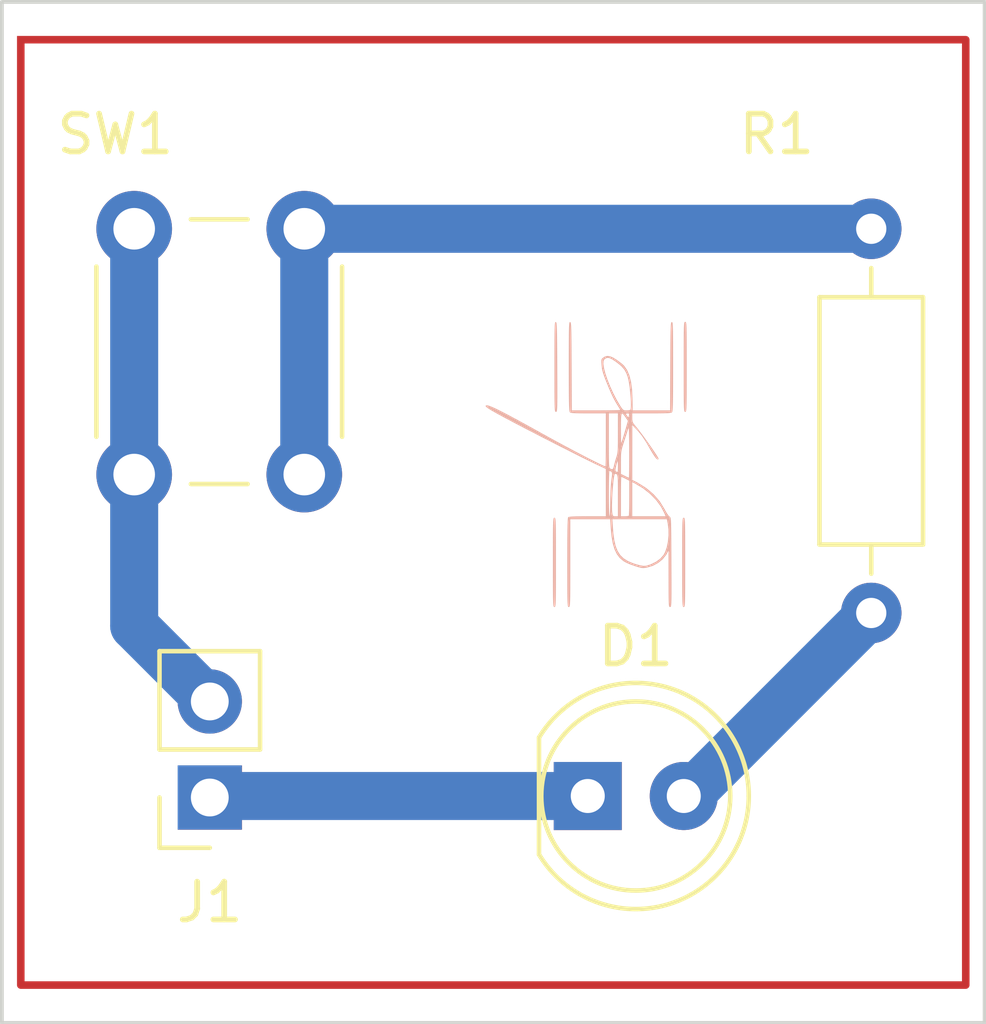
<source format=kicad_pcb>
(kicad_pcb (version 20221018) (generator pcbnew)
  (title_block (title "Projeto Pisca LED") (date "2023-12-27") (company "IFSP-GRU") (comment 1 "Israel R. Dutra "))
  (layers (0 "F.Cu" signal) (31 "B.Cu" signal) (34 "B.Paste" user) (35 "F.Paste" user) (36 "B.SilkS" user "B.Silkscreen") (37 "F.SilkS" user "F.Silkscreen") (38 "B.Mask" user) (39 "F.Mask" user) (44 "Edge.Cuts" user))
  (net 0 "")
  (net 1 "Earth")
  (net 2 "Net-(D1-A)")
  (net 3 "+9V")
  (net 4 "Net-(R1-Pad1)")
  (footprint "Resistor_THT:R_Axial_DIN0207_L6.3mm_D2.5mm_P10.16mm_Horizontal" (layer "F.Cu") (at 110 55 -90)
    (fp_text reference "R1" (at -2.5 2.5 -180) (layer "F.SilkS"))
    (fp_text value "470")
    (fp_line (start 1.04 0) (end 1.81 0) (stroke (width 0.12)) (layer "F.SilkS"))
    (fp_line (start 1.81 -1.37) (end 1.81 1.37) (stroke (width 0.12)) (layer "F.SilkS"))
    (fp_line (start 1.81 1.37) (end 8.35 1.37) (stroke (width 0.12)) (layer "F.SilkS"))
    (fp_line (start 8.35 -1.37) (end 1.81 -1.37) (stroke (width 0.12)) (layer "F.SilkS"))
    (fp_line (start 8.35 1.37) (end 8.35 -1.37) (stroke (width 0.12)) (layer "F.SilkS"))
    (fp_line (start 9.12 0) (end 8.35 0) (stroke (width 0.12)) (layer "F.SilkS"))
    (pad "1" thru_hole circle (at 0 0 270) (size 1.6 1.6) (drill 0.8) (layers "*.Cu" "*.Mask") (net 4 "Net-(R1-Pad1)"))
    (pad "2" thru_hole oval (at 10.16 0 270) (size 1.6 1.6) (drill 0.8) (layers "*.Cu" "*.Mask") (net 2 "Net-(D1-A)"))
  )
  (footprint "LED_THT:LED_D5.0mm" (layer "F.Cu") (at 102.5 70)
    (fp_text reference "D1" (at 1.27 -3.96) (layer "F.SilkS"))
    (fp_text value "LED")
    (fp_line (start -1.29 -1.545) (end -1.29 1.545) (stroke (width 0.12)) (layer "F.SilkS"))
    (fp_arc (start -1.29 -1.54483) (mid 2.072002 -2.880433) (end 4.26 0.000462) (stroke (width 0.12)) (layer "F.SilkS"))
    (fp_arc (start 4.26 -0.000462) (mid 2.072002 2.880433) (end -1.29 1.54483) (stroke (width 0.12)) (layer "F.SilkS"))
    (fp_circle (center 1.27 0) (end 3.77 0) (stroke (width 0.12)) (fill none) (layer "F.SilkS"))
    (pad "1" thru_hole rect (at 0 0) (size 1.8 1.8) (drill 0.9) (layers "*.Cu" "*.Mask") (net 1 "Earth"))
    (pad "2" thru_hole circle (at 2.54 0) (size 1.8 1.8) (drill 0.9) (layers "*.Cu" "*.Mask") (net 2 "Net-(D1-A)"))
  )
  (footprint "Connector_PinSocket_2.54mm:PinSocket_1x02_P2.54mm_Vertical" (layer "F.Cu") (at 92.5 70.04 180)
    (fp_text reference "J1" (at 0 -2.77) (layer "F.SilkS"))
    (fp_text value "Conn_01x02")
    (fp_line (start -1.33 1.27) (end -1.33 3.87) (stroke (width 0.12)) (layer "F.SilkS"))
    (fp_line (start -1.33 1.27) (end 1.33 1.27) (stroke (width 0.12)) (layer "F.SilkS"))
    (fp_line (start -1.33 3.87) (end 1.33 3.87) (stroke (width 0.12)) (layer "F.SilkS"))
    (fp_line (start 0 -1.33) (end 1.33 -1.33) (stroke (width 0.12)) (layer "F.SilkS"))
    (fp_line (start 1.33 -1.33) (end 1.33 0) (stroke (width 0.12)) (layer "F.SilkS"))
    (fp_line (start 1.33 1.27) (end 1.33 3.87) (stroke (width 0.12)) (layer "F.SilkS"))
    (pad "1" thru_hole rect (at 0 0 180) (size 1.7 1.7) (drill 1) (layers "*.Cu" "*.Mask") (net 1 "Earth"))
    (pad "2" thru_hole oval (at 0 2.54 180) (size 1.7 1.7) (drill 1) (layers "*.Cu" "*.Mask") (net 3 "+9V"))
  )
  (footprint "Button_Switch_THT:SW_PUSH_6mm" (layer "F.Cu") (at 90.5 61.5 90)
    (fp_text reference "SW1" (at 9 -0.5 180) (layer "F.SilkS"))
    (fp_text value "SW_Push")
    (fp_line (start -0.25 1.5) (end -0.25 3) (stroke (width 0.12)) (layer "F.SilkS"))
    (fp_line (start 1 5.5) (end 5.5 5.5) (stroke (width 0.12)) (layer "F.SilkS"))
    (fp_line (start 5.5 -1) (end 1 -1) (stroke (width 0.12)) (layer "F.SilkS"))
    (fp_line (start 6.75 3) (end 6.75 1.5) (stroke (width 0.12)) (layer "F.SilkS"))
    (pad "1" thru_hole circle (at 0 0 180) (size 2 2) (drill 1.1) (layers "*.Cu" "*.Mask") (net 3 "+9V"))
    (pad "1" thru_hole circle (at 6.5 0 180) (size 2 2) (drill 1.1) (layers "*.Cu" "*.Mask") (net 3 "+9V"))
    (pad "2" thru_hole circle (at 0 4.5 180) (size 2 2) (drill 1.1) (layers "*.Cu" "*.Mask") (net 4 "Net-(R1-Pad1)"))
    (pad "2" thru_hole circle (at 6.5 4.5 180) (size 2 2) (drill 1.1) (layers "*.Cu" "*.Mask") (net 4 "Net-(R1-Pad1)"))
  )
  (footprint "LOGO" (layer "B.Cu") (at 103.378 61.722 180)
    (fp_text reference "G***" hide)
    (fp_text value "LOGO" hide)
    (fp_poly (pts (xy 1.732294 4.255826) (xy 1.738501 4.249721) (xy 1.743708 4.234922) (xy 1.748002 4.208474) (xy 1.751471 4.167421) (xy 1.754203 4.108806) (xy 1.756283 4.029674) (xy 1.7578 3.927069) (xy 1.758842 3.798034) (xy 1.759495 3.639614) (xy 1.759846 3.448852) (xy 1.759983 3.222793) (xy 1.76 3.071467) (xy 1.759976 2.823583) (xy 1.759838 2.612707) (xy 1.759485 2.435848) (xy 1.758815 2.290014) (xy 1.757729 2.172213) (xy 1.756125 2.079454) (xy 1.753902 2.008746) (xy 1.75096 1.957096) (xy 1.747198 1.921513) (xy 1.742515 1.899005) (xy 1.73681 1.886581) (xy 1.729982 1.88125) (xy 1.72193 1.880018) (xy 1.719841 1.88) (xy 1.711467 1.880673) (xy 1.704362 1.884692) (xy 1.698437 1.895056) (xy 1.693604 1.914767) (xy 1.689773 1.946824) (xy 1.686856 1.994228) (xy 1.684765 2.059978) (xy 1.683412 2.147075) (xy 1.682706 2.258519) (xy 1.68256 2.397311) (xy 1.682885 2.56645) (xy 1.683592 2.768937) (xy 1.684593 3.007772) (xy 1.684841 3.064729) (xy 1.685977 3.312503) (xy 1.687125 3.523275) (xy 1.688386 3.700041) (xy 1.689862 3.845797) (xy 1.691652 3.963542) (xy 1.693858 4.056272) (xy 1.696582 4.126984) (xy 1.699924 4.178675) (xy 1.703985 4.214341) (xy 1.708865 4.236981) (xy 1.714668 4.24959) (xy 1.721492 4.255167) (xy 1.725 4.256195)) (fill solid) (layer "B.SilkS"))
    (fp_poly (pts (xy -1.691674 4.259272) (xy -1.684591 4.255092) (xy -1.678651 4.244467) (xy -1.673754 4.224404) (xy -1.669799 4.191909) (xy -1.666686 4.143988) (xy -1.664313 4.077649) (xy -1.662581 3.989898) (xy -1.661388 3.877742) (xy -1.660634 3.738188) (xy -1.660219 3.568242) (xy -1.660041 3.36491) (xy -1.660001 3.1252) (xy -1.66 3.07) (xy -1.660025 2.822277) (xy -1.660165 2.61156) (xy -1.660523 2.434856) (xy -1.661197 2.289172) (xy -1.662289 2.171515) (xy -1.6639 2.078891) (xy -1.66613 2.008307) (xy -1.66908 1.956769) (xy -1.67285 1.921285) (xy -1.67754 1.898861) (xy -1.683253 1.886504) (xy -1.690088 1.881219) (xy -1.698145 1.880015) (xy -1.7 1.88) (xy -1.708327 1.880729) (xy -1.71541 1.884909) (xy -1.72135 1.895534) (xy -1.726247 1.915597) (xy -1.730202 1.948092) (xy -1.733315 1.996013) (xy -1.735688 2.062352) (xy -1.73742 2.150103) (xy -1.738613 2.262259) (xy -1.739367 2.401813) (xy -1.739782 2.571759) (xy -1.73996 2.775091) (xy -1.74 3.014801) (xy -1.74 3.07) (xy -1.739976 3.317724) (xy -1.739836 3.528441) (xy -1.739478 3.705145) (xy -1.738804 3.850829) (xy -1.737712 3.968486) (xy -1.736101 4.06111) (xy -1.733871 4.131694) (xy -1.730921 4.183232) (xy -1.727151 4.218716) (xy -1.722461 4.24114) (xy -1.716748 4.253497) (xy -1.709913 4.258782) (xy -1.701856 4.259986) (xy -1.7 4.26)) (fill solid) (layer "B.SilkS"))
    (fp_poly (pts (xy -1.651641 -0.920732) (xy -1.644536 -0.924932) (xy -1.638583 -0.935607) (xy -1.63368 -0.955763) (xy -1.629725 -0.988405) (xy -1.626617 -1.036539) (xy -1.624253 -1.103171) (xy -1.622532 -1.191308) (xy -1.621352 -1.303955) (xy -1.620611 -1.444118) (xy -1.620206 -1.614804) (xy -1.620037 -1.819018) (xy -1.620001 -2.059766) (xy -1.62 -2.1) (xy -1.620025 -2.346601) (xy -1.620168 -2.556208) (xy -1.62053 -2.731827) (xy -1.621213 -2.876464) (xy -1.622319 -2.993125) (xy -1.623951 -3.084815) (xy -1.62621 -3.154542) (xy -1.629197 -3.205311) (xy -1.633016 -3.240127) (xy -1.637767 -3.261998) (xy -1.643553 -3.273928) (xy -1.650476 -3.278924) (xy -1.658637 -3.279992) (xy -1.66 -3.28) (xy -1.66836 -3.279267) (xy -1.675465 -3.275067) (xy -1.681418 -3.264392) (xy -1.686321 -3.244236) (xy -1.690276 -3.211594) (xy -1.693384 -3.16346) (xy -1.695748 -3.096828) (xy -1.697469 -3.008691) (xy -1.698649 -2.896044) (xy -1.69939 -2.755881) (xy -1.699795 -2.585195) (xy -1.699964 -2.380981) (xy -1.7 -2.140233) (xy -1.7 -2.1) (xy -1.699976 -1.853398) (xy -1.699833 -1.643791) (xy -1.699471 -1.468172) (xy -1.698788 -1.323535) (xy -1.697682 -1.206874) (xy -1.69605 -1.115184) (xy -1.693791 -1.045457) (xy -1.690804 -0.994688) (xy -1.686985 -0.959872) (xy -1.682234 -0.938001) (xy -1.676448 -0.926071) (xy -1.669525 -0.921075) (xy -1.661364 -0.920007) (xy -1.66 -0.92)) (fill solid) (layer "B.SilkS"))
    (fp_poly (pts (xy 1.768359 -0.920732) (xy 1.775464 -0.924932) (xy 1.781417 -0.935607) (xy 1.78632 -0.955763) (xy 1.790275 -0.988405) (xy 1.793383 -1.036539) (xy 1.795747 -1.103171) (xy 1.797468 -1.191308) (xy 1.798648 -1.303955) (xy 1.799389 -1.444118) (xy 1.799794 -1.614804) (xy 1.799963 -1.819018) (xy 1.799999 -2.059766) (xy 1.8 -2.1) (xy 1.799975 -2.346601) (xy 1.799832 -2.556208) (xy 1.79947 -2.731827) (xy 1.798787 -2.876464) (xy 1.797681 -2.993125) (xy 1.796049 -3.084815) (xy 1.79379 -3.154542) (xy 1.790803 -3.205311) (xy 1.786984 -3.240127) (xy 1.782233 -3.261998) (xy 1.776447 -3.273928) (xy 1.769524 -3.278924) (xy 1.761363 -3.279992) (xy 1.76 -3.28) (xy 1.75164 -3.279267) (xy 1.744535 -3.275067) (xy 1.738582 -3.264392) (xy 1.733679 -3.244236) (xy 1.729724 -3.211594) (xy 1.726616 -3.16346) (xy 1.724252 -3.096828) (xy 1.722531 -3.008691) (xy 1.721351 -2.896044) (xy 1.72061 -2.755881) (xy 1.720205 -2.585195) (xy 1.720036 -2.380981) (xy 1.72 -2.140233) (xy 1.72 -2.1) (xy 1.720024 -1.853398) (xy 1.720167 -1.643791) (xy 1.720529 -1.468172) (xy 1.721212 -1.323535) (xy 1.722318 -1.206874) (xy 1.72395 -1.115184) (xy 1.726209 -1.045457) (xy 1.729196 -0.994688) (xy 1.733015 -0.959872) (xy 1.737766 -0.938001) (xy 1.743552 -0.926071) (xy 1.750475 -0.921075) (xy 1.758636 -0.920007) (xy 1.76 -0.92)) (fill solid) (layer "B.SilkS"))
    (fp_poly (pts (xy -1.345 4.256195) (xy -1.337614 4.252824) (xy -1.331314 4.243761) (xy -1.325996 4.225985) (xy -1.321557 4.196471) (xy -1.317894 4.152199) (xy -1.314901 4.090144) (xy -1.312477 4.007284) (xy -1.310517 3.900597) (xy -1.308917 3.767059) (xy -1.307574 3.603648) (xy -1.306385 3.407342) (xy -1.305246 3.175117) (xy -1.304839 3.084729) (xy -1.299678 1.92) (xy -0.804839 1.92009) (xy -0.31 1.920179) (xy -0.308513 2.066238) (xy -0.262825 2.066238) (xy -0.260153 1.990017) (xy -0.252029 1.942893) (xy -0.246667 1.933334) (xy -0.220048 1.925156) (xy -0.169014 1.92045) (xy -0.146159 1.92) (xy -0.100443 1.921633) (xy -0.068221 1.931347) (xy -0.039839 1.956366) (xy -0.005641 2.003917) (xy 0.020876 2.045) (xy 0.112571 2.200335) (xy 0.201731 2.373156) (xy 0.284148 2.553619) (xy 0.355611 2.731882) (xy 0.41191 2.898101) (xy 0.448834 3.042433) (xy 0.449963 3.048204) (xy 0.46418 3.150697) (xy 0.459831 3.222926) (xy 0.435487 3.270768) (xy 0.38972 3.300103) (xy 0.388681 3.300502) (xy 0.345647 3.308422) (xy 0.295966 3.298609) (xy 0.233445 3.268348) (xy 0.151889 3.214927) (xy 0.09 3.169699) (xy -0.012716 3.084268) (xy -0.086548 2.999935) (xy -0.140368 2.90459) (xy -0.177381 2.80465) (xy -0.196705 2.728032) (xy -0.214618 2.62969) (xy -0.230544 2.516886) (xy -0.243905 2.396879) (xy -0.254123 2.276928) (xy -0.260622 2.164295) (xy -0.262825 2.066238) (xy -0.308513 2.066238) (xy -0.307099 2.20509) (xy -0.296285 2.452513) (xy -0.269032 2.664452) (xy -0.225013 2.842034) (xy -0.163904 2.986385) (xy -0.085376 3.098633) (xy -0.034005 3.147616) (xy 0.091823 3.24458) (xy 0.196746 3.311443) (xy 0.284641 3.349506) (xy 0.359384 3.360065) (xy 0.424851 3.344421) (xy 0.469992 3.316434) (xy 0.497393 3.293054) (xy 0.513028 3.269481) (xy 0.519116 3.235277) (xy 0.517875 3.180001) (xy 0.513096 3.113595) (xy 0.504957 3.039254) (xy 0.490823 2.966987) (xy 0.467937 2.8871) (xy 0.43354 2.789897) (xy 0.387476 2.672162) (xy 0.320009 2.507455) (xy 0.261694 2.373037) (xy 0.208885 2.261298) (xy 0.157936 2.16463) (xy 0.105198 2.075424) (xy 0.089564 2.050669) (xy 0.053772 1.993143) (xy 0.028663 1.949786) (xy 0.02 1.930961) (xy 0.03921 1.928299) (xy 0.093687 1.92587) (xy 0.178695 1.923756) (xy 0.289502 1.922037) (xy 0.421372 1.920795) (xy 0.569572 1.92011) (xy 0.659838 1.92) (xy 1.299677 1.92) (xy 1.304838 3.084729) (xy 1.305985 3.330249) (xy 1.307145 3.538791) (xy 1.308422 3.71338) (xy 1.30992 3.857036) (xy 1.311742 3.972784) (xy 1.313992 4.063645) (xy 1.316773 4.132643) (xy 1.32019 4.1828) (xy 1.324346 4.217138) (xy 1.329344 4.238682) (xy 1.335288 4.250452) (xy 1.342282 4.255473) (xy 1.345 4.256195) (xy 1.352318 4.255828) (xy 1.358542 4.249708) (xy 1.363759 4.234869) (xy 1.368058 4.208344) (xy 1.371527 4.167167) (xy 1.374254 4.108372) (xy 1.376328 4.02899) (xy 1.377837 3.926057) (xy 1.378869 3.796606) (xy 1.379512 3.637669) (xy 1.379855 3.446281) (xy 1.379986 3.219475) (xy 1.38 3.080038) (xy 1.379878 2.827743) (xy 1.379469 2.612556) (xy 1.378703 2.431586) (xy 1.377512 2.281942) (xy 1.375829 2.160733) (xy 1.373585 2.065068) (xy 1.370711 1.992055) (xy 1.36714 1.938804) (xy 1.362804 1.902423) (xy 1.357634 1.880022) (xy 1.351563 1.868708) (xy 1.351428 1.868572) (xy 1.334908 1.859084) (xy 1.303682 1.851852) (xy 1.253131 1.846606) (xy 1.178639 1.843077) (xy 1.075589 1.840996) (xy 0.939363 1.840094) (xy 0.861428 1.840001) (xy 0.4 1.84) (xy 0.4 1.14) (xy 0.400298 0.977172) (xy 0.401145 0.827758) (xy 0.402472 0.696285) (xy 0.404207 0.587279) (xy 0.406282 0.505265) (xy 0.408626 0.45477) (xy 0.41084 0.44) (xy 0.439994 0.449291) (xy 0.500516 0.475878) (xy 0.588692 0.517838) (xy 0.700811 0.573248) (xy 0.833162 0.640183) (xy 0.982031 0.716718) (xy 1.143708 0.80093) (xy 1.31448 0.890895) (xy 1.490634 0.984688) (xy 1.66846 1.080386) (xy 1.844244 1.176064) (xy 2.014276 1.269797) (xy 2.05 1.289664) (xy 2.324954 1.442378) (xy 2.567128 1.575832) (xy 2.778306 1.690897) (xy 2.960273 1.788441) (xy 3.114816 1.869333) (xy 3.243721 1.934441) (xy 3.348772 1.984634) (xy 3.431757 2.020782) (xy 3.494459 2.043751) (xy 3.538666 2.054413) (xy 3.566163 2.053634) (xy 3.578735 2.042284) (xy 3.58 2.034004) (xy 3.5715 2.017511) (xy 3.544322 1.993308) (xy 3.495949 1.9599) (xy 3.423863 1.915793) (xy 3.325545 1.859494) (xy 3.198478 1.78951) (xy 3.040144 1.704346) (xy 2.89 1.624666) (xy 2.746843 1.549478) (xy 2.581931 1.463638) (xy 2.400032 1.36957) (xy 2.205913 1.269696) (xy 2.004342 1.16644) (xy 1.800088 1.062225) (xy 1.597916 0.959474) (xy 1.402597 0.86061) (xy 1.218896 0.768056) (xy 1.051582 0.684236) (xy 0.905423 0.611571) (xy 0.785186 0.552486) (xy 0.69564 0.509404) (xy 0.695091 0.509145) (xy 0.400183 0.37) (xy 0.400091 -0.255) (xy 0.4 -0.88) (xy 0.885999 -0.88) (xy 1.054237 -0.880655) (xy 1.185412 -0.882715) (xy 1.282443 -0.886314) (xy 1.348248 -0.891592) (xy 1.385743 -0.898685) (xy 1.395999 -0.904) (xy 1.401354 -0.919419) (xy 1.405929 -0.955674) (xy 1.409771 -1.015034) (xy 1.412925 -1.09977) (xy 1.415436 -1.212152) (xy 1.417349 -1.35445) (xy 1.418711 -1.528935) (xy 1.419566 -1.737878) (xy 1.41996 -1.983548) (xy 1.42 -2.104) (xy 1.419975 -2.35015) (xy 1.419831 -2.559312) (xy 1.419468 -2.734496) (xy 1.418781 -2.878713) (xy 1.417668 -2.994974) (xy 1.416028 -3.086291) (xy 1.413758 -3.155675) (xy 1.410755 -3.206136) (xy 1.406916 -3.240686) (xy 1.402141 -3.262336) (xy 1.396325 -3.274096) (xy 1.389367 -3.278979) (xy 1.381164 -3.279994) (xy 1.38 -3.28) (xy 1.371574 -3.279259) (xy 1.364423 -3.275016) (xy 1.358443 -3.264239) (xy 1.353528 -3.243896) (xy 1.349574 -3.210955) (xy 1.346477 -3.162385) (xy 1.344132 -3.095154) (xy 1.342434 -3.00623) (xy 1.341279 -2.892581) (xy 1.340563 -2.751176) (xy 1.340181 -2.578982) (xy 1.340028 -2.372968) (xy 1.34 -2.130103) (xy 1.34 -2.12) (xy 1.34 -0.96) (xy 0.812573 -0.96) (xy 0.285146 -0.96) (xy 0.271128 -1.185) (xy 0.250416 -1.408944) (xy 0.217545 -1.597653) (xy 0.171058 -1.754433) (xy 0.109497 -1.882592) (xy 0.031403 -1.985435) (xy -0.064682 -2.066271) (xy -0.135669 -2.10767) (xy -0.200638 -2.13666) (xy -0.287386 -2.170328) (xy -0.379257 -2.202282) (xy -0.397426 -2.208108) (xy -0.482732 -2.233713) (xy -0.544358 -2.247341) (xy -0.596289 -2.250485) (xy -0.652512 -2.244635) (xy -0.686166 -2.238881) (xy -0.840941 -2.193235) (xy -0.983554 -2.117406) (xy -1.105977 -2.017012) (xy -1.200182 -1.897671) (xy -1.217581 -1.867061) (xy -1.258233 -1.79) (xy -1.259117 -2.535) (xy -1.259397 -2.727085) (xy -1.259877 -2.882953) (xy -1.260764 -3.006385) (xy -1.262266 -3.101163) (xy -1.264592 -3.17107) (xy -1.267951 -3.219888) (xy -1.27255 -3.251399) (xy -1.278597 -3.269384) (xy -1.286303 -3.277627) (xy -1.295874 -3.279909) (xy -1.300159 -3.28) (xy -1.308532 -3.279327) (xy -1.315636 -3.275309) (xy -1.321561 -3.264946) (xy -1.326394 -3.245237) (xy -1.330225 -3.213184) (xy -1.333142 -3.165787) (xy -1.335233 -3.100044) (xy -1.336588 -3.012957) (xy -1.337294 -2.901526) (xy -1.33744 -2.762751) (xy -1.337116 -2.593632) (xy -1.336409 -2.391169) (xy -1.335408 -2.152362) (xy -1.335159 -2.095) (xy -1.33406 -1.847824) (xy -1.333008 -1.637602) (xy -1.331883 -1.461286) (xy -1.331202 -1.385935) (xy -1.258053 -1.385935) (xy -1.242874 -1.546384) (xy -1.212421 -1.696102) (xy -1.168031 -1.824965) (xy -1.128179 -1.899165) (xy -1.04176 -1.997814) (xy -0.92498 -2.08376) (xy -0.786859 -2.151326) (xy -0.67 -2.187641) (xy -0.596188 -2.191913) (xy -0.495906 -2.175355) (xy -0.366268 -2.137406) (xy -0.310803 -2.11802) (xy -0.178339 -2.060797) (xy -0.069435 -1.991351) (xy 0.018187 -1.905618) (xy 0.086805 -1.799529) (xy 0.138697 -1.669017) (xy 0.176141 -1.510018) (xy 0.201413 -1.318463) (xy 0.211757 -1.185) (xy 0.225693 -0.96) (xy -0.494393 -0.96) (xy -1.214478 -0.96) (xy -1.237239 -1.073335) (xy -1.25662 -1.224877) (xy -1.258053 -1.385935) (xy -1.331202 -1.385935) (xy -1.330569 -1.315831) (xy -1.328947 -1.198189) (xy -1.3269 -1.105315) (xy -1.324311 -1.034162) (xy -1.321061 -0.981683) (xy -1.317032 -0.944832) (xy -1.312108 -0.920563) (xy -1.30617 -0.905829) (xy -1.2991 -0.897583) (xy -1.290781 -0.892779) (xy -1.288657 -0.891832) (xy -1.2761 -0.88) (xy -1.180537 -0.88) (xy -0.740269 -0.88) (xy -0.3 -0.88) (xy -0.3 -0.429486) (xy -0.3 -0.397003) (xy -0.22 -0.397003) (xy -0.21944 -0.528254) (xy -0.217868 -0.645909) (xy -0.215451 -0.744142) (xy -0.212354 -0.817126) (xy -0.208742 -0.859037) (xy -0.206667 -0.866666) (xy -0.18035 -0.874486) (xy -0.128564 -0.879284) (xy -0.096667 -0.88) (xy 0 -0.88) (xy 0.08 -0.88) (xy 0.148123 -0.88) (xy 0.188346 -0.8779) (xy 0.210303 -0.864865) (xy 0.222134 -0.830787) (xy 0.23027 -0.778035) (xy 0.23545 -0.711766) (xy 0.236982 -0.621204) (xy 0.235313 -0.512694) (xy 0.230887 -0.392586) (xy 0.224151 -0.267228) (xy 0.21555 -0.142968) (xy 0.205529 -0.026153) (xy 0.194535 0.076867) (xy 0.183014 0.159745) (xy 0.17141 0.216133) (xy 0.16017 0.239682) (xy 0.158795 0.24) (xy 0.135933 0.239142) (xy 0.117985 0.233687) (xy 0.104357 0.21932) (xy 0.094454 0.191721) (xy 0.087681 0.146575) (xy 0.083444 0.079562) (xy 0.081148 -0.013633) (xy 0.080198 -0.13733) (xy 0.080001 -0.295844) (xy 0.08 -0.332139) (xy 0.08 -0.88) (xy 0 -0.88) (xy 0 -0.36) (xy -0.000393 -0.220498) (xy -0.001498 -0.095137) (xy -0.003208 0.010834) (xy -0.005415 0.092162) (xy -0.008011 0.143596) (xy -0.010665 0.16) (xy -0.032974 0.151665) (xy -0.079248 0.130179) (xy -0.120665 0.109664) (xy -0.22 0.059327) (xy -0.22 -0.397003) (xy -0.3 -0.397003) (xy -0.3 0.021028) (xy -0.365 -0.0123) (xy -0.57723 -0.138633) (xy -0.766698 -0.286891) (xy -0.929086 -0.452707) (xy -1.060072 -0.631716) (xy -1.149422 -0.805) (xy -1.180537 -0.88) (xy -1.2761 -0.88) (xy -1.261335 -0.866087) (xy -1.222741 -0.811532) (xy -1.177996 -0.735843) (xy -1.152348 -0.687455) (xy -1.025429 -0.482291) (xy -0.864945 -0.297402) (xy -0.672841 -0.134648) (xy -0.451061 0.004108) (xy -0.405 0.027971) (xy -0.3 0.080674) (xy -0.300512 0.663991) (xy -0.218139 0.663991) (xy -0.217728 0.516446) (xy -0.216783 0.38694) (xy -0.215361 0.280048) (xy -0.21352 0.200345) (xy -0.211318 0.152406) (xy -0.209336 0.14) (xy -0.187027 0.148336) (xy -0.140753 0.169822) (xy -0.099336 0.190337) (xy 0 0.240674) (xy 0 0.255289) (xy 0.234869 0.255289) (xy 0.235629 0.214579) (xy 0.243783 0.148515) (xy 0.252651 0.09) (xy 0.262606 0.004578) (xy 0.271189 -0.111027) (xy 0.277878 -0.247007) (xy 0.282148 -0.393554) (xy 0.283348 -0.485) (xy 0.284964 -0.605771) (xy 0.287945 -0.711629) (xy 0.291992 -0.796548) (xy 0.296807 -0.854503) (xy 0.302089 -0.879469) (xy 0.302977 -0.88) (xy 0.307241 -0.860815) (xy 0.311114 -0.806519) (xy 0.314458 -0.722001) (xy 0.317134 -0.61215) (xy 0.319002 -0.481853) (xy 0.319925 -0.336) (xy 0.32 -0.28) (xy 0.319482 -0.129697) (xy 0.318018 0.006829) (xy 0.315739 0.124689) (xy 0.312778 0.218995) (xy 0.309265 0.284858) (xy 0.305332 0.31739) (xy 0.303822 0.32) (xy 0.276285 0.308839) (xy 0.256102 0.295) (xy 0.241645 0.279234) (xy 0.234869 0.255289) (xy 0 0.255289) (xy 0 0.43263) (xy 0.08 0.43263) (xy 0.080644 0.355547) (xy 0.083931 0.311373) (xy 0.091892 0.293023) (xy 0.106558 0.293412) (xy 0.118277 0.299078) (xy 0.138451 0.312787) (xy 0.146722 0.332642) (xy 0.143758 0.369043) (xy 0.130225 0.432389) (xy 0.127565 0.443827) (xy 0.111198 0.509543) (xy 0.097195 0.557976) (xy 0.089288 0.577379) (xy 0.084926 0.563583) (xy 0.081664 0.518676) (xy 0.08007 0.451546) (xy 0.08 0.43263) (xy 0 0.43263) (xy 0 0.539816) (xy -0.000298 0.655756) (xy -0.002347 0.742988) (xy -0.007881 0.812807) (xy -0.018636 0.876506) (xy -0.036346 0.945377) (xy -0.062745 1.030713) (xy -0.086731 1.104479) (xy -0.120334 1.207712) (xy -0.151205 1.3032) (xy -0.176313 1.381528) (xy -0.19263 1.433281) (xy -0.194689 1.44) (xy -0.200629 1.449808) (xy -0.205534 1.434853) (xy -0.209492 1.392754) (xy -0.212596 1.321132) (xy -0.214933 1.217604) (xy -0.216596 1.07979) (xy -0.217673 0.905308) (xy -0.217959 0.825) (xy -0.218139 0.663991) (xy -0.300512 0.663991) (xy -0.300636 0.805337) (xy -0.301272 1.53) (xy -0.435636 1.389552) (xy -0.553303 1.248197) (xy -0.668246 1.07224) (xy -0.698477 1.019552) (xy -0.777016 0.8814) (xy -0.839918 0.776011) (xy -0.8893 0.700303) (xy -0.927279 0.651197) (xy -0.955972 0.625612) (xy -0.973101 0.62) (xy -0.994978 0.63273) (xy -0.992917 0.649613) (xy -0.971894 0.689589) (xy -0.930808 0.755545) (xy -0.873816 0.841626) (xy -0.805072 0.941975) (xy -0.728731 1.050739) (xy -0.64895 1.16206) (xy -0.569884 1.270084) (xy -0.495687 1.368955) (xy -0.430517 1.452818) (xy -0.378526 1.515817) (xy -0.376783 1.517816) (xy -0.332453 1.572461) (xy -0.309503 1.61757) (xy -0.305642 1.642173) (xy -0.18347 1.642173) (xy -0.150989 1.526087) (xy -0.119035 1.413801) (xy -0.087565 1.306602) (xy -0.05861 1.211063) (xy -0.034204 1.133758) (xy -0.016379 1.081258) (xy -0.007168 1.060138) (xy -0.006848 1.06) (xy -0.004742 1.07899) (xy -0.002898 1.131915) (xy -0.001423 1.212713) (xy -0.000424 1.31532) (xy -0.000006 1.433673) (xy 0 1.45) (xy -0.00049 1.595534) (xy -0.002736 1.703974) (xy -0.007905 1.778222) (xy -0.017161 1.821179) (xy -0.031672 1.835748) (xy -0.052602 1.824829) (xy -0.081117 1.791326) (xy -0.116735 1.740571) (xy -0.18347 1.642173) (xy -0.305642 1.642173) (xy -0.301025 1.671589) (xy -0.3 1.722816) (xy -0.3 1.813211) (xy -0.217024 1.813211) (xy -0.209423 1.77818) (xy -0.195193 1.733345) (xy -0.158483 1.781673) (xy -0.134573 1.815777) (xy -0.136184 1.830225) (xy -0.162604 1.836617) (xy -0.20494 1.836518) (xy -0.217024 1.813211) (xy -0.3 1.813211) (xy -0.3 1.84) (xy 0.08 1.84) (xy 0.08 1.323132) (xy 0.080293 1.161422) (xy 0.081401 1.034105) (xy 0.083662 0.935577) (xy 0.087413 0.860235) (xy 0.092995 0.802474) (xy 0.100745 0.756689) (xy 0.111003 0.717278) (xy 0.117901 0.696101) (xy 0.145389 0.608431) (xy 0.171572 0.512645) (xy 0.181083 0.47297) (xy 0.198579 0.404857) (xy 0.21641 0.370431) (xy 0.240936 0.363836) (xy 0.278519 0.379218) (xy 0.281314 0.380704) (xy 0.291461 0.387642) (xy 0.299661 0.399116) (xy 0.306121 0.419085) (xy 0.311048 0.451507) (xy 0.314648 0.500341) (xy 0.317129 0.569545) (xy 0.318698 0.663077) (xy 0.319561 0.784896) (xy 0.319926 0.938959) (xy 0.32 1.120704) (xy 0.32 1.84) (xy 0.2 1.84) (xy 0.08 1.84) (xy -0.3 1.84) (xy -0.811429 1.840001) (xy -0.973551 1.840374) (xy -1.100073 1.84165) (xy -1.19539 1.844061) (xy -1.263895 1.847839) (xy -1.309984 1.853217) (xy -1.33805 1.860428) (xy -1.351429 1.868572) (xy -1.35752 1.879688) (xy -1.362708 1.901833) (xy -1.36706 1.937897) (xy -1.370646 1.990773) (xy -1.373533 2.063351) (xy -1.37579 2.158521) (xy -1.377484 2.279177) (xy -1.378684 2.428208) (xy -1.379458 2.608505) (xy -1.379874 2.82296) (xy -1.38 3.074464) (xy -1.38 3.080038) (xy -1.379948 3.327376) (xy -1.379731 3.53768) (xy -1.379263 3.713917) (xy -1.378453 3.859054) (xy -1.377215 3.976058) (xy -1.37546 4.067894) (xy -1.373099 4.13753) (xy -1.370045 4.187931) (xy -1.366209 4.222066) (xy -1.361503 4.242899) (xy -1.355838 4.253399) (xy -1.349126 4.25653)) (fill solid) (layer "B.SilkS"))
  )
  (gr_rect (start 87.5 50) (end 112.5 75) (stroke (width 0.2)) (fill none) (layer "F.Cu"))
  (gr_rect (start 87 49) (end 113 76) (stroke (width 0.1)) (fill none) (layer "Edge.Cuts"))
  (segment (start 102.5 70) (end 92.54 70) (width 1.27) (layer "B.Cu") (net 1))
  (segment (start 92.54 70) (end 92.5 70.04) (width 0.25) (layer "B.Cu") (net 1))
  (segment (start 110 65.16) (end 105.16 70) (width 1.27) (layer "B.Cu") (net 2))
  (segment (start 105.16 70) (end 105.04 70) (width 0.25) (layer "B.Cu") (net 2))
  (segment (start 92.5 67.5) (end 90.5 65.5) (width 1.27) (layer "B.Cu") (net 3))
  (segment (start 90.5 61.5) (end 90.5 55) (width 1.27) (layer "B.Cu") (net 3))
  (segment (start 90.5 65.5) (end 90.5 61.5) (width 1.27) (layer "B.Cu") (net 3))
  (segment (start 95 55) (end 110 55) (width 1.27) (layer "B.Cu") (net 4))
  (segment (start 95 61.5) (end 95 55) (width 1.27) (layer "B.Cu") (net 4))
)
</source>
